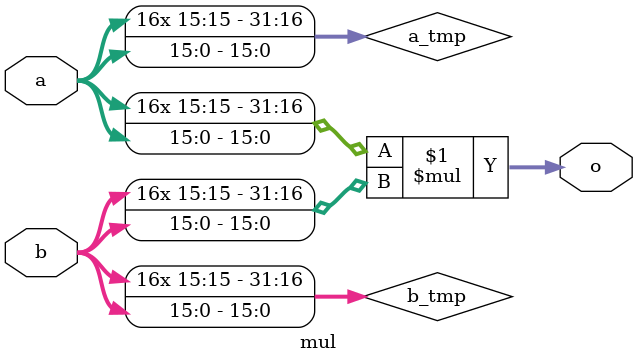
<source format=v>
module mul # (parameter bit_width = 16) (a, b, o);
input [bit_width-1:0] a, b;
output [2*bit_width-1:0] o;

wire [2*bit_width-1:0] a_tmp, b_tmp;

assign a_tmp = {{(bit_width){a[bit_width-1]}}, {a}};
assign b_tmp = {{(bit_width){b[bit_width-1]}}, {b}};
assign o = a_tmp*b_tmp;
endmodule

</source>
